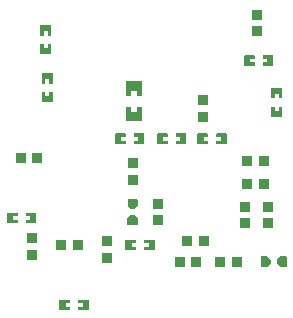
<source format=gbp>
G04 Layer: BottomPasteMaskLayer*
G04 EasyEDA v6.5.38, 2023-12-01 04:26:50*
G04 a14715bac62b4674aedb9b46894eb211,1c5aeea7b1c04971ae88c05baabc065b,10*
G04 Gerber Generator version 0.2*
G04 Scale: 100 percent, Rotated: No, Reflected: No *
G04 Dimensions in millimeters *
G04 leading zeros omitted , absolute positions ,4 integer and 5 decimal *
%FSLAX45Y45*%
%MOMM*%

%AMMACRO1*21,1,$1,$2,0,0,$3*%
%ADD10MACRO1,0.8001X0.9002X-90.0000*%
%ADD11MACRO1,0.8001X0.9002X90.0000*%
%ADD12MACRO1,0.8001X0.9002X0.0000*%

%LPD*%
G36*
X1737410Y5780887D02*
G01*
X1732381Y5775909D01*
X1732381Y5660898D01*
X1737410Y5655919D01*
X1778406Y5655411D01*
X1778406Y5700420D01*
X1823415Y5700420D01*
X1823415Y5656376D01*
X1865375Y5655919D01*
X1870405Y5660898D01*
X1870405Y5775909D01*
X1865375Y5780887D01*
G37*
G36*
X1737410Y5565902D02*
G01*
X1732381Y5560923D01*
X1732381Y5445912D01*
X1737410Y5440883D01*
X1865375Y5440883D01*
X1870405Y5445912D01*
X1870405Y5560923D01*
X1865375Y5565902D01*
X1823415Y5565902D01*
X1823415Y5521401D01*
X1778406Y5521401D01*
X1778406Y5565394D01*
G37*
G36*
X1753412Y4782921D02*
G01*
X1747012Y4776520D01*
X1747012Y4726178D01*
X1776425Y4698746D01*
X1804060Y4698746D01*
X1833422Y4726178D01*
X1833422Y4776520D01*
X1827022Y4782921D01*
G37*
G36*
X1775256Y4647184D02*
G01*
X1745894Y4619752D01*
X1745894Y4569460D01*
X1752295Y4563059D01*
X1825904Y4563059D01*
X1832305Y4569460D01*
X1832305Y4619752D01*
X1802942Y4647184D01*
G37*
G36*
X3037078Y4298188D02*
G01*
X3009646Y4268774D01*
X3009646Y4241139D01*
X3037078Y4211777D01*
X3087420Y4211777D01*
X3093821Y4218178D01*
X3093821Y4291787D01*
X3087420Y4298188D01*
G37*
G36*
X2880360Y4299305D02*
G01*
X2873959Y4292904D01*
X2873959Y4219295D01*
X2880360Y4212894D01*
X2930702Y4212894D01*
X2958084Y4242257D01*
X2958084Y4269943D01*
X2930702Y4299305D01*
G37*
G36*
X1734718Y4439208D02*
G01*
X1729689Y4434179D01*
X1729689Y4354220D01*
X1734718Y4349191D01*
X1814677Y4349191D01*
X1819706Y4354220D01*
X1819706Y4378401D01*
X1782673Y4378401D01*
X1782673Y4411421D01*
X1819706Y4411421D01*
X1819706Y4434179D01*
X1814677Y4439208D01*
G37*
G36*
X1894687Y4439208D02*
G01*
X1889709Y4434179D01*
X1889709Y4411421D01*
X1927707Y4411421D01*
X1927707Y4378401D01*
X1889709Y4378401D01*
X1889709Y4354220D01*
X1894687Y4349191D01*
X1973681Y4349191D01*
X1978710Y4354220D01*
X1978710Y4434179D01*
X1973681Y4439208D01*
G37*
G36*
X1175918Y3931208D02*
G01*
X1170889Y3926179D01*
X1170889Y3846220D01*
X1175918Y3841191D01*
X1255877Y3841191D01*
X1260906Y3846220D01*
X1260906Y3870401D01*
X1223873Y3870401D01*
X1223873Y3903421D01*
X1260906Y3903421D01*
X1260906Y3926179D01*
X1255877Y3931208D01*
G37*
G36*
X1335887Y3931208D02*
G01*
X1330909Y3926179D01*
X1330909Y3903421D01*
X1368907Y3903421D01*
X1368907Y3870401D01*
X1330909Y3870401D01*
X1330909Y3846220D01*
X1335887Y3841191D01*
X1414881Y3841191D01*
X1419910Y3846220D01*
X1419910Y3926179D01*
X1414881Y3931208D01*
G37*
G36*
X2969920Y5566206D02*
G01*
X2964891Y5561177D01*
X2964891Y5481218D01*
X2969920Y5476189D01*
X3049879Y5476189D01*
X3054908Y5481218D01*
X3054908Y5561177D01*
X3049879Y5566206D01*
X3025698Y5566206D01*
X3025698Y5529173D01*
X2992678Y5529173D01*
X2992678Y5566206D01*
G37*
G36*
X2969920Y5725210D02*
G01*
X2964891Y5720181D01*
X2964891Y5641187D01*
X2969920Y5636209D01*
X2992678Y5636209D01*
X2992678Y5674207D01*
X3025698Y5674207D01*
X3025698Y5636209D01*
X3049879Y5636209D01*
X3054908Y5641187D01*
X3054908Y5720181D01*
X3049879Y5725210D01*
G37*
G36*
X2503322Y5340908D02*
G01*
X2498293Y5335879D01*
X2498293Y5311698D01*
X2535275Y5311698D01*
X2535275Y5278678D01*
X2498293Y5278678D01*
X2498293Y5255920D01*
X2503322Y5250891D01*
X2583281Y5250891D01*
X2588310Y5255920D01*
X2588310Y5335879D01*
X2583281Y5340908D01*
G37*
G36*
X2344318Y5340908D02*
G01*
X2339289Y5335879D01*
X2339289Y5255920D01*
X2344318Y5250891D01*
X2423312Y5250891D01*
X2428290Y5255920D01*
X2428290Y5278678D01*
X2390292Y5278678D01*
X2390292Y5311698D01*
X2428290Y5311698D01*
X2428290Y5335879D01*
X2423312Y5340908D01*
G37*
G36*
X1804822Y5340908D02*
G01*
X1799793Y5335879D01*
X1799793Y5311698D01*
X1836826Y5311698D01*
X1836826Y5278678D01*
X1799793Y5278678D01*
X1799793Y5255920D01*
X1804822Y5250891D01*
X1884781Y5250891D01*
X1889810Y5255920D01*
X1889810Y5335879D01*
X1884781Y5340908D01*
G37*
G36*
X1645818Y5340908D02*
G01*
X1640789Y5335879D01*
X1640789Y5255920D01*
X1645818Y5250891D01*
X1724812Y5250891D01*
X1729790Y5255920D01*
X1729790Y5278678D01*
X1691792Y5278678D01*
X1691792Y5311698D01*
X1729790Y5311698D01*
X1729790Y5335879D01*
X1724812Y5340908D01*
G37*
G36*
X2160422Y5340908D02*
G01*
X2155393Y5335879D01*
X2155393Y5311698D01*
X2192375Y5311698D01*
X2192375Y5278678D01*
X2155393Y5278678D01*
X2155393Y5255920D01*
X2160422Y5250891D01*
X2240381Y5250891D01*
X2245410Y5255920D01*
X2245410Y5335879D01*
X2240381Y5340908D01*
G37*
G36*
X2001418Y5340908D02*
G01*
X1996389Y5335879D01*
X1996389Y5255920D01*
X2001418Y5250891D01*
X2080412Y5250891D01*
X2085390Y5255920D01*
X2085390Y5278678D01*
X2047392Y5278678D01*
X2047392Y5311698D01*
X2085390Y5311698D01*
X2085390Y5335879D01*
X2080412Y5340908D01*
G37*
G36*
X1026820Y5852210D02*
G01*
X1021791Y5847181D01*
X1021791Y5767222D01*
X1026820Y5762193D01*
X1051001Y5762193D01*
X1051001Y5799226D01*
X1084021Y5799226D01*
X1084021Y5762193D01*
X1106779Y5762193D01*
X1111808Y5767222D01*
X1111808Y5847181D01*
X1106779Y5852210D01*
G37*
G36*
X1026820Y5692190D02*
G01*
X1021791Y5687212D01*
X1021791Y5608218D01*
X1026820Y5603189D01*
X1106779Y5603189D01*
X1111808Y5608218D01*
X1111808Y5687212D01*
X1106779Y5692190D01*
X1084021Y5692190D01*
X1084021Y5654192D01*
X1051001Y5654192D01*
X1051001Y5692190D01*
G37*
G36*
X1014120Y6258610D02*
G01*
X1009091Y6253581D01*
X1009091Y6173622D01*
X1014120Y6168593D01*
X1038301Y6168593D01*
X1038301Y6205626D01*
X1071321Y6205626D01*
X1071321Y6168593D01*
X1094079Y6168593D01*
X1099108Y6173622D01*
X1099108Y6253581D01*
X1094079Y6258610D01*
G37*
G36*
X1014120Y6098590D02*
G01*
X1009091Y6093612D01*
X1009091Y6014618D01*
X1014120Y6009589D01*
X1094079Y6009589D01*
X1099108Y6014618D01*
X1099108Y6093612D01*
X1094079Y6098590D01*
X1071321Y6098590D01*
X1071321Y6060592D01*
X1038301Y6060592D01*
X1038301Y6098590D01*
G37*
G36*
X2738018Y6001308D02*
G01*
X2732989Y5996279D01*
X2732989Y5916320D01*
X2738018Y5911291D01*
X2817977Y5911291D01*
X2823006Y5916320D01*
X2823006Y5940501D01*
X2786024Y5940501D01*
X2786024Y5973521D01*
X2823006Y5973521D01*
X2823006Y5996279D01*
X2817977Y6001308D01*
G37*
G36*
X2897987Y6001308D02*
G01*
X2893009Y5996279D01*
X2893009Y5973521D01*
X2931007Y5973521D01*
X2931007Y5940501D01*
X2893009Y5940501D01*
X2893009Y5916320D01*
X2897987Y5911291D01*
X2976981Y5911291D01*
X2982010Y5916320D01*
X2982010Y5996279D01*
X2976981Y6001308D01*
G37*
G36*
X731418Y4667808D02*
G01*
X726389Y4662779D01*
X726389Y4582820D01*
X731418Y4577791D01*
X811377Y4577791D01*
X816406Y4582820D01*
X816406Y4607001D01*
X779373Y4607001D01*
X779373Y4640021D01*
X816406Y4640021D01*
X816406Y4662779D01*
X811377Y4667808D01*
G37*
G36*
X891387Y4667808D02*
G01*
X886409Y4662779D01*
X886409Y4640021D01*
X924407Y4640021D01*
X924407Y4607001D01*
X886409Y4607001D01*
X886409Y4582820D01*
X891387Y4577791D01*
X970381Y4577791D01*
X975410Y4582820D01*
X975410Y4662779D01*
X970381Y4667808D01*
G37*
D10*
G01*
X2933700Y4578197D03*
G01*
X2933700Y4718202D03*
D11*
G01*
X1790700Y5086502D03*
G01*
X1790700Y4946497D03*
D10*
G01*
X2006600Y4603597D03*
G01*
X2006600Y4743602D03*
G01*
X2743200Y4578197D03*
G01*
X2743200Y4718202D03*
D12*
G01*
X1327302Y4394200D03*
G01*
X1187297Y4394200D03*
D10*
G01*
X939800Y4311497D03*
G01*
X939800Y4451502D03*
D12*
G01*
X2762097Y4914900D03*
G01*
X2902102Y4914900D03*
G01*
X2762097Y5105400D03*
G01*
X2902102Y5105400D03*
D11*
G01*
X2387600Y5619902D03*
G01*
X2387600Y5479897D03*
D12*
G01*
X2330602Y4254500D03*
G01*
X2190597Y4254500D03*
G01*
X2673502Y4254500D03*
G01*
X2533497Y4254500D03*
D10*
G01*
X2844800Y6203797D03*
G01*
X2844800Y6343802D03*
D12*
G01*
X844397Y5130800D03*
G01*
X984402Y5130800D03*
G01*
X2394102Y4432300D03*
G01*
X2254097Y4432300D03*
D10*
G01*
X1574800Y4286097D03*
G01*
X1574800Y4426102D03*
M02*

</source>
